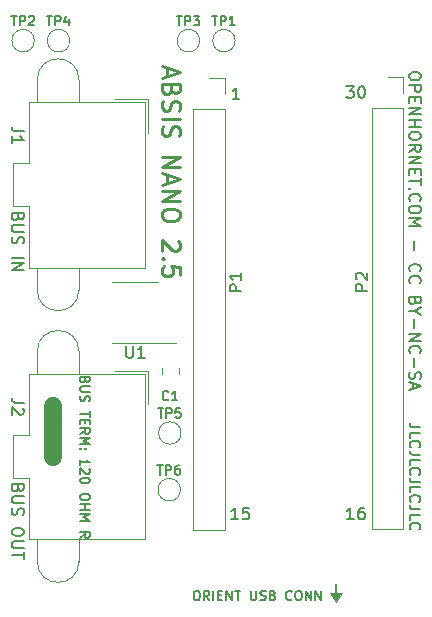
<source format=gbr>
G04 #@! TF.GenerationSoftware,KiCad,Pcbnew,(5.1.9)-1*
G04 #@! TF.CreationDate,2021-11-06T10:51:06-06:00*
G04 #@! TF.ProjectId,ABSIS_Nano,41425349-535f-44e6-916e-6f2e6b696361,1*
G04 #@! TF.SameCoordinates,Original*
G04 #@! TF.FileFunction,Legend,Top*
G04 #@! TF.FilePolarity,Positive*
%FSLAX46Y46*%
G04 Gerber Fmt 4.6, Leading zero omitted, Abs format (unit mm)*
G04 Created by KiCad (PCBNEW (5.1.9)-1) date 2021-11-06 10:51:06*
%MOMM*%
%LPD*%
G01*
G04 APERTURE LIST*
%ADD10C,0.150000*%
%ADD11C,1.500000*%
%ADD12C,0.100000*%
%ADD13C,0.250000*%
%ADD14C,0.120000*%
G04 APERTURE END LIST*
D10*
X129063142Y-95550714D02*
X129025047Y-95665000D01*
X128986952Y-95703095D01*
X128910761Y-95741190D01*
X128796476Y-95741190D01*
X128720285Y-95703095D01*
X128682190Y-95665000D01*
X128644095Y-95588809D01*
X128644095Y-95284047D01*
X129444095Y-95284047D01*
X129444095Y-95550714D01*
X129406000Y-95626904D01*
X129367904Y-95665000D01*
X129291714Y-95703095D01*
X129215523Y-95703095D01*
X129139333Y-95665000D01*
X129101238Y-95626904D01*
X129063142Y-95550714D01*
X129063142Y-95284047D01*
X129444095Y-96084047D02*
X128796476Y-96084047D01*
X128720285Y-96122142D01*
X128682190Y-96160238D01*
X128644095Y-96236428D01*
X128644095Y-96388809D01*
X128682190Y-96465000D01*
X128720285Y-96503095D01*
X128796476Y-96541190D01*
X129444095Y-96541190D01*
X128682190Y-96884047D02*
X128644095Y-96998333D01*
X128644095Y-97188809D01*
X128682190Y-97265000D01*
X128720285Y-97303095D01*
X128796476Y-97341190D01*
X128872666Y-97341190D01*
X128948857Y-97303095D01*
X128986952Y-97265000D01*
X129025047Y-97188809D01*
X129063142Y-97036428D01*
X129101238Y-96960238D01*
X129139333Y-96922142D01*
X129215523Y-96884047D01*
X129291714Y-96884047D01*
X129367904Y-96922142D01*
X129406000Y-96960238D01*
X129444095Y-97036428D01*
X129444095Y-97226904D01*
X129406000Y-97341190D01*
X129444095Y-98179285D02*
X129444095Y-98636428D01*
X128644095Y-98407857D02*
X129444095Y-98407857D01*
X129063142Y-98903095D02*
X129063142Y-99169761D01*
X128644095Y-99284047D02*
X128644095Y-98903095D01*
X129444095Y-98903095D01*
X129444095Y-99284047D01*
X128644095Y-100084047D02*
X129025047Y-99817380D01*
X128644095Y-99626904D02*
X129444095Y-99626904D01*
X129444095Y-99931666D01*
X129406000Y-100007857D01*
X129367904Y-100045952D01*
X129291714Y-100084047D01*
X129177428Y-100084047D01*
X129101238Y-100045952D01*
X129063142Y-100007857D01*
X129025047Y-99931666D01*
X129025047Y-99626904D01*
X128644095Y-100426904D02*
X129444095Y-100426904D01*
X128872666Y-100693571D01*
X129444095Y-100960238D01*
X128644095Y-100960238D01*
X128720285Y-101341190D02*
X128682190Y-101379285D01*
X128644095Y-101341190D01*
X128682190Y-101303095D01*
X128720285Y-101341190D01*
X128644095Y-101341190D01*
X129139333Y-101341190D02*
X129101238Y-101379285D01*
X129063142Y-101341190D01*
X129101238Y-101303095D01*
X129139333Y-101341190D01*
X129063142Y-101341190D01*
X128644095Y-102750714D02*
X128644095Y-102293571D01*
X128644095Y-102522142D02*
X129444095Y-102522142D01*
X129329809Y-102445952D01*
X129253619Y-102369761D01*
X129215523Y-102293571D01*
X129367904Y-103055476D02*
X129406000Y-103093571D01*
X129444095Y-103169761D01*
X129444095Y-103360238D01*
X129406000Y-103436428D01*
X129367904Y-103474523D01*
X129291714Y-103512619D01*
X129215523Y-103512619D01*
X129101238Y-103474523D01*
X128644095Y-103017380D01*
X128644095Y-103512619D01*
X129444095Y-104007857D02*
X129444095Y-104084047D01*
X129406000Y-104160238D01*
X129367904Y-104198333D01*
X129291714Y-104236428D01*
X129139333Y-104274523D01*
X128948857Y-104274523D01*
X128796476Y-104236428D01*
X128720285Y-104198333D01*
X128682190Y-104160238D01*
X128644095Y-104084047D01*
X128644095Y-104007857D01*
X128682190Y-103931666D01*
X128720285Y-103893571D01*
X128796476Y-103855476D01*
X128948857Y-103817380D01*
X129139333Y-103817380D01*
X129291714Y-103855476D01*
X129367904Y-103893571D01*
X129406000Y-103931666D01*
X129444095Y-104007857D01*
X129444095Y-105379285D02*
X129444095Y-105531666D01*
X129406000Y-105607857D01*
X129329809Y-105684047D01*
X129177428Y-105722142D01*
X128910761Y-105722142D01*
X128758380Y-105684047D01*
X128682190Y-105607857D01*
X128644095Y-105531666D01*
X128644095Y-105379285D01*
X128682190Y-105303095D01*
X128758380Y-105226904D01*
X128910761Y-105188809D01*
X129177428Y-105188809D01*
X129329809Y-105226904D01*
X129406000Y-105303095D01*
X129444095Y-105379285D01*
X128644095Y-106065000D02*
X129444095Y-106065000D01*
X129063142Y-106065000D02*
X129063142Y-106522142D01*
X128644095Y-106522142D02*
X129444095Y-106522142D01*
X128644095Y-106903095D02*
X129444095Y-106903095D01*
X128872666Y-107169761D01*
X129444095Y-107436428D01*
X128644095Y-107436428D01*
X128644095Y-108884047D02*
X129025047Y-108617380D01*
X128644095Y-108426904D02*
X129444095Y-108426904D01*
X129444095Y-108731666D01*
X129406000Y-108807857D01*
X129367904Y-108845952D01*
X129291714Y-108884047D01*
X129177428Y-108884047D01*
X129101238Y-108845952D01*
X129063142Y-108807857D01*
X129025047Y-108731666D01*
X129025047Y-108426904D01*
D11*
X126339000Y-97747000D02*
X126339000Y-102065000D01*
D10*
X151802523Y-107343380D02*
X151231095Y-107343380D01*
X151516809Y-107343380D02*
X151516809Y-106343380D01*
X151421571Y-106486238D01*
X151326333Y-106581476D01*
X151231095Y-106629095D01*
X152659666Y-106343380D02*
X152469190Y-106343380D01*
X152373952Y-106391000D01*
X152326333Y-106438619D01*
X152231095Y-106581476D01*
X152183476Y-106771952D01*
X152183476Y-107152904D01*
X152231095Y-107248142D01*
X152278714Y-107295761D01*
X152373952Y-107343380D01*
X152564428Y-107343380D01*
X152659666Y-107295761D01*
X152707285Y-107248142D01*
X152754904Y-107152904D01*
X152754904Y-106914809D01*
X152707285Y-106819571D01*
X152659666Y-106771952D01*
X152564428Y-106724333D01*
X152373952Y-106724333D01*
X152278714Y-106771952D01*
X152231095Y-106819571D01*
X152183476Y-106914809D01*
X142023523Y-107343380D02*
X141452095Y-107343380D01*
X141737809Y-107343380D02*
X141737809Y-106343380D01*
X141642571Y-106486238D01*
X141547333Y-106581476D01*
X141452095Y-106629095D01*
X142928285Y-106343380D02*
X142452095Y-106343380D01*
X142404476Y-106819571D01*
X142452095Y-106771952D01*
X142547333Y-106724333D01*
X142785428Y-106724333D01*
X142880666Y-106771952D01*
X142928285Y-106819571D01*
X142975904Y-106914809D01*
X142975904Y-107152904D01*
X142928285Y-107248142D01*
X142880666Y-107295761D01*
X142785428Y-107343380D01*
X142547333Y-107343380D01*
X142452095Y-107295761D01*
X142404476Y-107248142D01*
X151183476Y-70656380D02*
X151802523Y-70656380D01*
X151469190Y-71037333D01*
X151612047Y-71037333D01*
X151707285Y-71084952D01*
X151754904Y-71132571D01*
X151802523Y-71227809D01*
X151802523Y-71465904D01*
X151754904Y-71561142D01*
X151707285Y-71608761D01*
X151612047Y-71656380D01*
X151326333Y-71656380D01*
X151231095Y-71608761D01*
X151183476Y-71561142D01*
X152421571Y-70656380D02*
X152516809Y-70656380D01*
X152612047Y-70704000D01*
X152659666Y-70751619D01*
X152707285Y-70846857D01*
X152754904Y-71037333D01*
X152754904Y-71275428D01*
X152707285Y-71465904D01*
X152659666Y-71561142D01*
X152612047Y-71608761D01*
X152516809Y-71656380D01*
X152421571Y-71656380D01*
X152326333Y-71608761D01*
X152278714Y-71561142D01*
X152231095Y-71465904D01*
X152183476Y-71275428D01*
X152183476Y-71037333D01*
X152231095Y-70846857D01*
X152278714Y-70751619D01*
X152326333Y-70704000D01*
X152421571Y-70656380D01*
X142118714Y-71783380D02*
X141547285Y-71783380D01*
X141833000Y-71783380D02*
X141833000Y-70783380D01*
X141737761Y-70926238D01*
X141642523Y-71021476D01*
X141547285Y-71069095D01*
X157438857Y-99558857D02*
X156796000Y-99558857D01*
X156667428Y-99516000D01*
X156581714Y-99430285D01*
X156538857Y-99301714D01*
X156538857Y-99216000D01*
X156538857Y-100416000D02*
X156538857Y-99987428D01*
X157438857Y-99987428D01*
X156624571Y-101230285D02*
X156581714Y-101187428D01*
X156538857Y-101058857D01*
X156538857Y-100973142D01*
X156581714Y-100844571D01*
X156667428Y-100758857D01*
X156753142Y-100716000D01*
X156924571Y-100673142D01*
X157053142Y-100673142D01*
X157224571Y-100716000D01*
X157310285Y-100758857D01*
X157396000Y-100844571D01*
X157438857Y-100973142D01*
X157438857Y-101058857D01*
X157396000Y-101187428D01*
X157353142Y-101230285D01*
X157438857Y-101873142D02*
X156796000Y-101873142D01*
X156667428Y-101830285D01*
X156581714Y-101744571D01*
X156538857Y-101616000D01*
X156538857Y-101530285D01*
X156538857Y-102730285D02*
X156538857Y-102301714D01*
X157438857Y-102301714D01*
X156624571Y-103544571D02*
X156581714Y-103501714D01*
X156538857Y-103373142D01*
X156538857Y-103287428D01*
X156581714Y-103158857D01*
X156667428Y-103073142D01*
X156753142Y-103030285D01*
X156924571Y-102987428D01*
X157053142Y-102987428D01*
X157224571Y-103030285D01*
X157310285Y-103073142D01*
X157396000Y-103158857D01*
X157438857Y-103287428D01*
X157438857Y-103373142D01*
X157396000Y-103501714D01*
X157353142Y-103544571D01*
X157438857Y-104187428D02*
X156796000Y-104187428D01*
X156667428Y-104144571D01*
X156581714Y-104058857D01*
X156538857Y-103930285D01*
X156538857Y-103844571D01*
X156538857Y-105044571D02*
X156538857Y-104616000D01*
X157438857Y-104616000D01*
X156624571Y-105858857D02*
X156581714Y-105816000D01*
X156538857Y-105687428D01*
X156538857Y-105601714D01*
X156581714Y-105473142D01*
X156667428Y-105387428D01*
X156753142Y-105344571D01*
X156924571Y-105301714D01*
X157053142Y-105301714D01*
X157224571Y-105344571D01*
X157310285Y-105387428D01*
X157396000Y-105473142D01*
X157438857Y-105601714D01*
X157438857Y-105687428D01*
X157396000Y-105816000D01*
X157353142Y-105858857D01*
X157438857Y-106501714D02*
X156796000Y-106501714D01*
X156667428Y-106458857D01*
X156581714Y-106373142D01*
X156538857Y-106244571D01*
X156538857Y-106158857D01*
X156538857Y-107358857D02*
X156538857Y-106930285D01*
X157438857Y-106930285D01*
X156624571Y-108173142D02*
X156581714Y-108130285D01*
X156538857Y-108001714D01*
X156538857Y-107916000D01*
X156581714Y-107787428D01*
X156667428Y-107701714D01*
X156753142Y-107658857D01*
X156924571Y-107616000D01*
X157053142Y-107616000D01*
X157224571Y-107658857D01*
X157310285Y-107701714D01*
X157396000Y-107787428D01*
X157438857Y-107916000D01*
X157438857Y-108001714D01*
X157396000Y-108130285D01*
X157353142Y-108173142D01*
D12*
G36*
X150310000Y-114310000D02*
G01*
X149810000Y-113560000D01*
X150810000Y-113560000D01*
X150310000Y-114310000D01*
G37*
X150310000Y-114310000D02*
X149810000Y-113560000D01*
X150810000Y-113560000D01*
X150310000Y-114310000D01*
D10*
X150310000Y-112810000D02*
X150310000Y-113810000D01*
X138431547Y-113371904D02*
X138583928Y-113371904D01*
X138660119Y-113410000D01*
X138736309Y-113486190D01*
X138774404Y-113638571D01*
X138774404Y-113905238D01*
X138736309Y-114057619D01*
X138660119Y-114133809D01*
X138583928Y-114171904D01*
X138431547Y-114171904D01*
X138355357Y-114133809D01*
X138279166Y-114057619D01*
X138241071Y-113905238D01*
X138241071Y-113638571D01*
X138279166Y-113486190D01*
X138355357Y-113410000D01*
X138431547Y-113371904D01*
X139574404Y-114171904D02*
X139307738Y-113790952D01*
X139117261Y-114171904D02*
X139117261Y-113371904D01*
X139422023Y-113371904D01*
X139498214Y-113410000D01*
X139536309Y-113448095D01*
X139574404Y-113524285D01*
X139574404Y-113638571D01*
X139536309Y-113714761D01*
X139498214Y-113752857D01*
X139422023Y-113790952D01*
X139117261Y-113790952D01*
X139917261Y-114171904D02*
X139917261Y-113371904D01*
X140298214Y-113752857D02*
X140564880Y-113752857D01*
X140679166Y-114171904D02*
X140298214Y-114171904D01*
X140298214Y-113371904D01*
X140679166Y-113371904D01*
X141022023Y-114171904D02*
X141022023Y-113371904D01*
X141479166Y-114171904D01*
X141479166Y-113371904D01*
X141745833Y-113371904D02*
X142202976Y-113371904D01*
X141974404Y-114171904D02*
X141974404Y-113371904D01*
X143079166Y-113371904D02*
X143079166Y-114019523D01*
X143117261Y-114095714D01*
X143155357Y-114133809D01*
X143231547Y-114171904D01*
X143383928Y-114171904D01*
X143460119Y-114133809D01*
X143498214Y-114095714D01*
X143536309Y-114019523D01*
X143536309Y-113371904D01*
X143879166Y-114133809D02*
X143993452Y-114171904D01*
X144183928Y-114171904D01*
X144260119Y-114133809D01*
X144298214Y-114095714D01*
X144336309Y-114019523D01*
X144336309Y-113943333D01*
X144298214Y-113867142D01*
X144260119Y-113829047D01*
X144183928Y-113790952D01*
X144031547Y-113752857D01*
X143955357Y-113714761D01*
X143917261Y-113676666D01*
X143879166Y-113600476D01*
X143879166Y-113524285D01*
X143917261Y-113448095D01*
X143955357Y-113410000D01*
X144031547Y-113371904D01*
X144222023Y-113371904D01*
X144336309Y-113410000D01*
X144945833Y-113752857D02*
X145060119Y-113790952D01*
X145098214Y-113829047D01*
X145136309Y-113905238D01*
X145136309Y-114019523D01*
X145098214Y-114095714D01*
X145060119Y-114133809D01*
X144983928Y-114171904D01*
X144679166Y-114171904D01*
X144679166Y-113371904D01*
X144945833Y-113371904D01*
X145022023Y-113410000D01*
X145060119Y-113448095D01*
X145098214Y-113524285D01*
X145098214Y-113600476D01*
X145060119Y-113676666D01*
X145022023Y-113714761D01*
X144945833Y-113752857D01*
X144679166Y-113752857D01*
X146545833Y-114095714D02*
X146507738Y-114133809D01*
X146393452Y-114171904D01*
X146317261Y-114171904D01*
X146202976Y-114133809D01*
X146126785Y-114057619D01*
X146088690Y-113981428D01*
X146050595Y-113829047D01*
X146050595Y-113714761D01*
X146088690Y-113562380D01*
X146126785Y-113486190D01*
X146202976Y-113410000D01*
X146317261Y-113371904D01*
X146393452Y-113371904D01*
X146507738Y-113410000D01*
X146545833Y-113448095D01*
X147041071Y-113371904D02*
X147193452Y-113371904D01*
X147269642Y-113410000D01*
X147345833Y-113486190D01*
X147383928Y-113638571D01*
X147383928Y-113905238D01*
X147345833Y-114057619D01*
X147269642Y-114133809D01*
X147193452Y-114171904D01*
X147041071Y-114171904D01*
X146964880Y-114133809D01*
X146888690Y-114057619D01*
X146850595Y-113905238D01*
X146850595Y-113638571D01*
X146888690Y-113486190D01*
X146964880Y-113410000D01*
X147041071Y-113371904D01*
X147726785Y-114171904D02*
X147726785Y-113371904D01*
X148183928Y-114171904D01*
X148183928Y-113371904D01*
X148564880Y-114171904D02*
X148564880Y-113371904D01*
X149022023Y-114171904D01*
X149022023Y-113371904D01*
X157493619Y-69721333D02*
X157493619Y-69911809D01*
X157446000Y-70007047D01*
X157350761Y-70102285D01*
X157160285Y-70149904D01*
X156826952Y-70149904D01*
X156636476Y-70102285D01*
X156541238Y-70007047D01*
X156493619Y-69911809D01*
X156493619Y-69721333D01*
X156541238Y-69626095D01*
X156636476Y-69530857D01*
X156826952Y-69483238D01*
X157160285Y-69483238D01*
X157350761Y-69530857D01*
X157446000Y-69626095D01*
X157493619Y-69721333D01*
X156493619Y-70578476D02*
X157493619Y-70578476D01*
X157493619Y-70959428D01*
X157446000Y-71054666D01*
X157398380Y-71102285D01*
X157303142Y-71149904D01*
X157160285Y-71149904D01*
X157065047Y-71102285D01*
X157017428Y-71054666D01*
X156969809Y-70959428D01*
X156969809Y-70578476D01*
X157017428Y-71578476D02*
X157017428Y-71911809D01*
X156493619Y-72054666D02*
X156493619Y-71578476D01*
X157493619Y-71578476D01*
X157493619Y-72054666D01*
X156493619Y-72483238D02*
X157493619Y-72483238D01*
X156493619Y-73054666D01*
X157493619Y-73054666D01*
X156493619Y-73530857D02*
X157493619Y-73530857D01*
X157017428Y-73530857D02*
X157017428Y-74102285D01*
X156493619Y-74102285D02*
X157493619Y-74102285D01*
X157493619Y-74768952D02*
X157493619Y-74959428D01*
X157446000Y-75054666D01*
X157350761Y-75149904D01*
X157160285Y-75197523D01*
X156826952Y-75197523D01*
X156636476Y-75149904D01*
X156541238Y-75054666D01*
X156493619Y-74959428D01*
X156493619Y-74768952D01*
X156541238Y-74673714D01*
X156636476Y-74578476D01*
X156826952Y-74530857D01*
X157160285Y-74530857D01*
X157350761Y-74578476D01*
X157446000Y-74673714D01*
X157493619Y-74768952D01*
X156493619Y-76197523D02*
X156969809Y-75864190D01*
X156493619Y-75626095D02*
X157493619Y-75626095D01*
X157493619Y-76007047D01*
X157446000Y-76102285D01*
X157398380Y-76149904D01*
X157303142Y-76197523D01*
X157160285Y-76197523D01*
X157065047Y-76149904D01*
X157017428Y-76102285D01*
X156969809Y-76007047D01*
X156969809Y-75626095D01*
X156493619Y-76626095D02*
X157493619Y-76626095D01*
X156493619Y-77197523D01*
X157493619Y-77197523D01*
X157017428Y-77673714D02*
X157017428Y-78007047D01*
X156493619Y-78149904D02*
X156493619Y-77673714D01*
X157493619Y-77673714D01*
X157493619Y-78149904D01*
X157493619Y-78435619D02*
X157493619Y-79007047D01*
X156493619Y-78721333D02*
X157493619Y-78721333D01*
X156588857Y-79340380D02*
X156541238Y-79388000D01*
X156493619Y-79340380D01*
X156541238Y-79292761D01*
X156588857Y-79340380D01*
X156493619Y-79340380D01*
X156588857Y-80388000D02*
X156541238Y-80340380D01*
X156493619Y-80197523D01*
X156493619Y-80102285D01*
X156541238Y-79959428D01*
X156636476Y-79864190D01*
X156731714Y-79816571D01*
X156922190Y-79768952D01*
X157065047Y-79768952D01*
X157255523Y-79816571D01*
X157350761Y-79864190D01*
X157446000Y-79959428D01*
X157493619Y-80102285D01*
X157493619Y-80197523D01*
X157446000Y-80340380D01*
X157398380Y-80388000D01*
X157493619Y-81007047D02*
X157493619Y-81197523D01*
X157446000Y-81292761D01*
X157350761Y-81388000D01*
X157160285Y-81435619D01*
X156826952Y-81435619D01*
X156636476Y-81388000D01*
X156541238Y-81292761D01*
X156493619Y-81197523D01*
X156493619Y-81007047D01*
X156541238Y-80911809D01*
X156636476Y-80816571D01*
X156826952Y-80768952D01*
X157160285Y-80768952D01*
X157350761Y-80816571D01*
X157446000Y-80911809D01*
X157493619Y-81007047D01*
X156493619Y-81864190D02*
X157493619Y-81864190D01*
X156779333Y-82197523D01*
X157493619Y-82530857D01*
X156493619Y-82530857D01*
X156874571Y-83768952D02*
X156874571Y-84530857D01*
X156588857Y-86340380D02*
X156541238Y-86292761D01*
X156493619Y-86149904D01*
X156493619Y-86054666D01*
X156541238Y-85911809D01*
X156636476Y-85816571D01*
X156731714Y-85768952D01*
X156922190Y-85721333D01*
X157065047Y-85721333D01*
X157255523Y-85768952D01*
X157350761Y-85816571D01*
X157446000Y-85911809D01*
X157493619Y-86054666D01*
X157493619Y-86149904D01*
X157446000Y-86292761D01*
X157398380Y-86340380D01*
X156588857Y-87340380D02*
X156541238Y-87292761D01*
X156493619Y-87149904D01*
X156493619Y-87054666D01*
X156541238Y-86911809D01*
X156636476Y-86816571D01*
X156731714Y-86768952D01*
X156922190Y-86721333D01*
X157065047Y-86721333D01*
X157255523Y-86768952D01*
X157350761Y-86816571D01*
X157446000Y-86911809D01*
X157493619Y-87054666D01*
X157493619Y-87149904D01*
X157446000Y-87292761D01*
X157398380Y-87340380D01*
X157017428Y-88864190D02*
X156969809Y-89007047D01*
X156922190Y-89054666D01*
X156826952Y-89102285D01*
X156684095Y-89102285D01*
X156588857Y-89054666D01*
X156541238Y-89007047D01*
X156493619Y-88911809D01*
X156493619Y-88530857D01*
X157493619Y-88530857D01*
X157493619Y-88864190D01*
X157446000Y-88959428D01*
X157398380Y-89007047D01*
X157303142Y-89054666D01*
X157207904Y-89054666D01*
X157112666Y-89007047D01*
X157065047Y-88959428D01*
X157017428Y-88864190D01*
X157017428Y-88530857D01*
X156969809Y-89721333D02*
X156493619Y-89721333D01*
X157493619Y-89388000D02*
X156969809Y-89721333D01*
X157493619Y-90054666D01*
X156874571Y-90388000D02*
X156874571Y-91149904D01*
X156493619Y-91626095D02*
X157493619Y-91626095D01*
X156493619Y-92197523D01*
X157493619Y-92197523D01*
X156588857Y-93245142D02*
X156541238Y-93197523D01*
X156493619Y-93054666D01*
X156493619Y-92959428D01*
X156541238Y-92816571D01*
X156636476Y-92721333D01*
X156731714Y-92673714D01*
X156922190Y-92626095D01*
X157065047Y-92626095D01*
X157255523Y-92673714D01*
X157350761Y-92721333D01*
X157446000Y-92816571D01*
X157493619Y-92959428D01*
X157493619Y-93054666D01*
X157446000Y-93197523D01*
X157398380Y-93245142D01*
X156874571Y-93673714D02*
X156874571Y-94435619D01*
X156541238Y-94864190D02*
X156493619Y-95007047D01*
X156493619Y-95245142D01*
X156541238Y-95340380D01*
X156588857Y-95388000D01*
X156684095Y-95435619D01*
X156779333Y-95435619D01*
X156874571Y-95388000D01*
X156922190Y-95340380D01*
X156969809Y-95245142D01*
X157017428Y-95054666D01*
X157065047Y-94959428D01*
X157112666Y-94911809D01*
X157207904Y-94864190D01*
X157303142Y-94864190D01*
X157398380Y-94911809D01*
X157446000Y-94959428D01*
X157493619Y-95054666D01*
X157493619Y-95292761D01*
X157446000Y-95435619D01*
X156779333Y-95816571D02*
X156779333Y-96292761D01*
X156493619Y-95721333D02*
X157493619Y-96054666D01*
X156493619Y-96388000D01*
D13*
X135995000Y-69113571D02*
X135995000Y-69827857D01*
X135566428Y-68970714D02*
X137066428Y-69470714D01*
X135566428Y-69970714D01*
X136352142Y-70970714D02*
X136280714Y-71184999D01*
X136209285Y-71256428D01*
X136066428Y-71327857D01*
X135852142Y-71327857D01*
X135709285Y-71256428D01*
X135637857Y-71184999D01*
X135566428Y-71042142D01*
X135566428Y-70470714D01*
X137066428Y-70470714D01*
X137066428Y-70970714D01*
X136995000Y-71113571D01*
X136923571Y-71184999D01*
X136780714Y-71256428D01*
X136637857Y-71256428D01*
X136495000Y-71184999D01*
X136423571Y-71113571D01*
X136352142Y-70970714D01*
X136352142Y-70470714D01*
X135637857Y-71899285D02*
X135566428Y-72113571D01*
X135566428Y-72470714D01*
X135637857Y-72613571D01*
X135709285Y-72684999D01*
X135852142Y-72756428D01*
X135995000Y-72756428D01*
X136137857Y-72684999D01*
X136209285Y-72613571D01*
X136280714Y-72470714D01*
X136352142Y-72184999D01*
X136423571Y-72042142D01*
X136495000Y-71970714D01*
X136637857Y-71899285D01*
X136780714Y-71899285D01*
X136923571Y-71970714D01*
X136995000Y-72042142D01*
X137066428Y-72184999D01*
X137066428Y-72542142D01*
X136995000Y-72756428D01*
X135566428Y-73399285D02*
X137066428Y-73399285D01*
X135637857Y-74042142D02*
X135566428Y-74256428D01*
X135566428Y-74613571D01*
X135637857Y-74756428D01*
X135709285Y-74827857D01*
X135852142Y-74899285D01*
X135995000Y-74899285D01*
X136137857Y-74827857D01*
X136209285Y-74756428D01*
X136280714Y-74613571D01*
X136352142Y-74327857D01*
X136423571Y-74184999D01*
X136495000Y-74113571D01*
X136637857Y-74042142D01*
X136780714Y-74042142D01*
X136923571Y-74113571D01*
X136995000Y-74184999D01*
X137066428Y-74327857D01*
X137066428Y-74684999D01*
X136995000Y-74899285D01*
X135566428Y-76685000D02*
X137066428Y-76685000D01*
X135566428Y-77542142D01*
X137066428Y-77542142D01*
X135995000Y-78185000D02*
X135995000Y-78899285D01*
X135566428Y-78042142D02*
X137066428Y-78542142D01*
X135566428Y-79042142D01*
X135566428Y-79542142D02*
X137066428Y-79542142D01*
X135566428Y-80399285D01*
X137066428Y-80399285D01*
X137066428Y-81399285D02*
X137066428Y-81685000D01*
X136995000Y-81827857D01*
X136852142Y-81970714D01*
X136566428Y-82042142D01*
X136066428Y-82042142D01*
X135780714Y-81970714D01*
X135637857Y-81827857D01*
X135566428Y-81685000D01*
X135566428Y-81399285D01*
X135637857Y-81256428D01*
X135780714Y-81113571D01*
X136066428Y-81042142D01*
X136566428Y-81042142D01*
X136852142Y-81113571D01*
X136995000Y-81256428D01*
X137066428Y-81399285D01*
X136923571Y-83756428D02*
X136995000Y-83827857D01*
X137066428Y-83970714D01*
X137066428Y-84327857D01*
X136995000Y-84470714D01*
X136923571Y-84542142D01*
X136780714Y-84613571D01*
X136637857Y-84613571D01*
X136423571Y-84542142D01*
X135566428Y-83685000D01*
X135566428Y-84613571D01*
X135709285Y-85256428D02*
X135637857Y-85327857D01*
X135566428Y-85256428D01*
X135637857Y-85185000D01*
X135709285Y-85256428D01*
X135566428Y-85256428D01*
X137066428Y-86685000D02*
X137066428Y-85970714D01*
X136352142Y-85899285D01*
X136423571Y-85970714D01*
X136495000Y-86113571D01*
X136495000Y-86470714D01*
X136423571Y-86613571D01*
X136352142Y-86685000D01*
X136209285Y-86756428D01*
X135852142Y-86756428D01*
X135709285Y-86685000D01*
X135637857Y-86613571D01*
X135566428Y-86470714D01*
X135566428Y-86113571D01*
X135637857Y-85970714D01*
X135709285Y-85899285D01*
D14*
X133310000Y-87250000D02*
X131360000Y-87250000D01*
X133310000Y-87250000D02*
X135260000Y-87250000D01*
X133310000Y-92370000D02*
X131360000Y-92370000D01*
X133310000Y-92370000D02*
X136760000Y-92370000D01*
X137132100Y-104825800D02*
G75*
G03*
X137132100Y-104825800I-950000J0D01*
G01*
X137182900Y-100025200D02*
G75*
G03*
X137182900Y-100025200I-950000J0D01*
G01*
X127760000Y-66810000D02*
G75*
G03*
X127760000Y-66810000I-950000J0D01*
G01*
X138760000Y-66810000D02*
G75*
G03*
X138760000Y-66810000I-950000J0D01*
G01*
X124760000Y-66810000D02*
G75*
G03*
X124760000Y-66810000I-950000J0D01*
G01*
X141760000Y-66810000D02*
G75*
G03*
X141760000Y-66810000I-950000J0D01*
G01*
X125010000Y-110910000D02*
G75*
G03*
X128530000Y-110910000I1760000J0D01*
G01*
X128530000Y-93110000D02*
G75*
G03*
X125010000Y-93110000I-1760000J0D01*
G01*
X128530000Y-93110000D02*
X128530000Y-95000000D01*
X125010000Y-93110000D02*
X125010000Y-95000000D01*
X128530000Y-110910000D02*
X128530000Y-109020000D01*
X125010000Y-110910000D02*
X125010000Y-109020000D01*
X134170000Y-102010000D02*
X134170000Y-95000000D01*
X134170000Y-95000000D02*
X124350000Y-95000000D01*
X124350000Y-95000000D02*
X124350000Y-100200000D01*
X124350000Y-100200000D02*
X122950000Y-100200000D01*
X122950000Y-100200000D02*
X122950000Y-102010000D01*
X134170000Y-102010000D02*
X134170000Y-109020000D01*
X134170000Y-109020000D02*
X124350000Y-109020000D01*
X124350000Y-109020000D02*
X124350000Y-103820000D01*
X124350000Y-103820000D02*
X122950000Y-103820000D01*
X122950000Y-103820000D02*
X122950000Y-102010000D01*
X134410000Y-97610000D02*
X134410000Y-94760000D01*
X134410000Y-94760000D02*
X131560000Y-94760000D01*
X125010000Y-87910000D02*
G75*
G03*
X128530000Y-87910000I1760000J0D01*
G01*
X128530000Y-70110000D02*
G75*
G03*
X125010000Y-70110000I-1760000J0D01*
G01*
X128530000Y-70110000D02*
X128530000Y-72000000D01*
X125010000Y-70110000D02*
X125010000Y-72000000D01*
X128530000Y-87910000D02*
X128530000Y-86020000D01*
X125010000Y-87910000D02*
X125010000Y-86020000D01*
X134170000Y-79010000D02*
X134170000Y-72000000D01*
X134170000Y-72000000D02*
X124350000Y-72000000D01*
X124350000Y-72000000D02*
X124350000Y-77200000D01*
X124350000Y-77200000D02*
X122950000Y-77200000D01*
X122950000Y-77200000D02*
X122950000Y-79010000D01*
X134170000Y-79010000D02*
X134170000Y-86020000D01*
X134170000Y-86020000D02*
X124350000Y-86020000D01*
X124350000Y-86020000D02*
X124350000Y-80820000D01*
X124350000Y-80820000D02*
X122950000Y-80820000D01*
X122950000Y-80820000D02*
X122950000Y-79010000D01*
X134410000Y-74610000D02*
X134410000Y-71760000D01*
X134410000Y-71760000D02*
X131560000Y-71760000D01*
X135575000Y-95071252D02*
X135575000Y-94548748D01*
X137045000Y-95071252D02*
X137045000Y-94548748D01*
X138217600Y-72593200D02*
X140877600Y-72593200D01*
X138217600Y-72593200D02*
X138217600Y-108213200D01*
X138217600Y-108213200D02*
X140877600Y-108213200D01*
X140877600Y-72593200D02*
X140877600Y-108213200D01*
X140877600Y-69993200D02*
X140877600Y-71323200D01*
X139547600Y-69993200D02*
X140877600Y-69993200D01*
X153356000Y-72517000D02*
X156016000Y-72517000D01*
X153356000Y-72517000D02*
X153356000Y-108137000D01*
X153356000Y-108137000D02*
X156016000Y-108137000D01*
X156016000Y-72517000D02*
X156016000Y-108137000D01*
X156016000Y-69917000D02*
X156016000Y-71247000D01*
X154686000Y-69917000D02*
X156016000Y-69917000D01*
D10*
X132548095Y-92662380D02*
X132548095Y-93471904D01*
X132595714Y-93567142D01*
X132643333Y-93614761D01*
X132738571Y-93662380D01*
X132929047Y-93662380D01*
X133024285Y-93614761D01*
X133071904Y-93567142D01*
X133119523Y-93471904D01*
X133119523Y-92662380D01*
X134119523Y-93662380D02*
X133548095Y-93662380D01*
X133833809Y-93662380D02*
X133833809Y-92662380D01*
X133738571Y-92805238D01*
X133643333Y-92900476D01*
X133548095Y-92948095D01*
X135172576Y-102739704D02*
X135629719Y-102739704D01*
X135401147Y-103539704D02*
X135401147Y-102739704D01*
X135896385Y-103539704D02*
X135896385Y-102739704D01*
X136201147Y-102739704D01*
X136277338Y-102777800D01*
X136315433Y-102815895D01*
X136353528Y-102892085D01*
X136353528Y-103006371D01*
X136315433Y-103082561D01*
X136277338Y-103120657D01*
X136201147Y-103158752D01*
X135896385Y-103158752D01*
X137039242Y-102739704D02*
X136886861Y-102739704D01*
X136810671Y-102777800D01*
X136772576Y-102815895D01*
X136696385Y-102930180D01*
X136658290Y-103082561D01*
X136658290Y-103387323D01*
X136696385Y-103463514D01*
X136734480Y-103501609D01*
X136810671Y-103539704D01*
X136963052Y-103539704D01*
X137039242Y-103501609D01*
X137077338Y-103463514D01*
X137115433Y-103387323D01*
X137115433Y-103196847D01*
X137077338Y-103120657D01*
X137039242Y-103082561D01*
X136963052Y-103044466D01*
X136810671Y-103044466D01*
X136734480Y-103082561D01*
X136696385Y-103120657D01*
X136658290Y-103196847D01*
X135223376Y-97939104D02*
X135680519Y-97939104D01*
X135451947Y-98739104D02*
X135451947Y-97939104D01*
X135947185Y-98739104D02*
X135947185Y-97939104D01*
X136251947Y-97939104D01*
X136328138Y-97977200D01*
X136366233Y-98015295D01*
X136404328Y-98091485D01*
X136404328Y-98205771D01*
X136366233Y-98281961D01*
X136328138Y-98320057D01*
X136251947Y-98358152D01*
X135947185Y-98358152D01*
X137128138Y-97939104D02*
X136747185Y-97939104D01*
X136709090Y-98320057D01*
X136747185Y-98281961D01*
X136823376Y-98243866D01*
X137013852Y-98243866D01*
X137090042Y-98281961D01*
X137128138Y-98320057D01*
X137166233Y-98396247D01*
X137166233Y-98586723D01*
X137128138Y-98662914D01*
X137090042Y-98701009D01*
X137013852Y-98739104D01*
X136823376Y-98739104D01*
X136747185Y-98701009D01*
X136709090Y-98662914D01*
X125800476Y-64723904D02*
X126257619Y-64723904D01*
X126029047Y-65523904D02*
X126029047Y-64723904D01*
X126524285Y-65523904D02*
X126524285Y-64723904D01*
X126829047Y-64723904D01*
X126905238Y-64762000D01*
X126943333Y-64800095D01*
X126981428Y-64876285D01*
X126981428Y-64990571D01*
X126943333Y-65066761D01*
X126905238Y-65104857D01*
X126829047Y-65142952D01*
X126524285Y-65142952D01*
X127667142Y-64990571D02*
X127667142Y-65523904D01*
X127476666Y-64685809D02*
X127286190Y-65257238D01*
X127781428Y-65257238D01*
X136800476Y-64723904D02*
X137257619Y-64723904D01*
X137029047Y-65523904D02*
X137029047Y-64723904D01*
X137524285Y-65523904D02*
X137524285Y-64723904D01*
X137829047Y-64723904D01*
X137905238Y-64762000D01*
X137943333Y-64800095D01*
X137981428Y-64876285D01*
X137981428Y-64990571D01*
X137943333Y-65066761D01*
X137905238Y-65104857D01*
X137829047Y-65142952D01*
X137524285Y-65142952D01*
X138248095Y-64723904D02*
X138743333Y-64723904D01*
X138476666Y-65028666D01*
X138590952Y-65028666D01*
X138667142Y-65066761D01*
X138705238Y-65104857D01*
X138743333Y-65181047D01*
X138743333Y-65371523D01*
X138705238Y-65447714D01*
X138667142Y-65485809D01*
X138590952Y-65523904D01*
X138362380Y-65523904D01*
X138286190Y-65485809D01*
X138248095Y-65447714D01*
X122800476Y-64723904D02*
X123257619Y-64723904D01*
X123029047Y-65523904D02*
X123029047Y-64723904D01*
X123524285Y-65523904D02*
X123524285Y-64723904D01*
X123829047Y-64723904D01*
X123905238Y-64762000D01*
X123943333Y-64800095D01*
X123981428Y-64876285D01*
X123981428Y-64990571D01*
X123943333Y-65066761D01*
X123905238Y-65104857D01*
X123829047Y-65142952D01*
X123524285Y-65142952D01*
X124286190Y-64800095D02*
X124324285Y-64762000D01*
X124400476Y-64723904D01*
X124590952Y-64723904D01*
X124667142Y-64762000D01*
X124705238Y-64800095D01*
X124743333Y-64876285D01*
X124743333Y-64952476D01*
X124705238Y-65066761D01*
X124248095Y-65523904D01*
X124743333Y-65523904D01*
X139800476Y-64723904D02*
X140257619Y-64723904D01*
X140029047Y-65523904D02*
X140029047Y-64723904D01*
X140524285Y-65523904D02*
X140524285Y-64723904D01*
X140829047Y-64723904D01*
X140905238Y-64762000D01*
X140943333Y-64800095D01*
X140981428Y-64876285D01*
X140981428Y-64990571D01*
X140943333Y-65066761D01*
X140905238Y-65104857D01*
X140829047Y-65142952D01*
X140524285Y-65142952D01*
X141743333Y-65523904D02*
X141286190Y-65523904D01*
X141514761Y-65523904D02*
X141514761Y-64723904D01*
X141438571Y-64838190D01*
X141362380Y-64914380D01*
X141286190Y-64952476D01*
X123857619Y-97476666D02*
X123143333Y-97476666D01*
X123000476Y-97429047D01*
X122905238Y-97333809D01*
X122857619Y-97190952D01*
X122857619Y-97095714D01*
X123762380Y-97905238D02*
X123810000Y-97952857D01*
X123857619Y-98048095D01*
X123857619Y-98286190D01*
X123810000Y-98381428D01*
X123762380Y-98429047D01*
X123667142Y-98476666D01*
X123571904Y-98476666D01*
X123429047Y-98429047D01*
X122857619Y-97857619D01*
X122857619Y-98476666D01*
X123381428Y-104703904D02*
X123333809Y-104846761D01*
X123286190Y-104894380D01*
X123190952Y-104942000D01*
X123048095Y-104942000D01*
X122952857Y-104894380D01*
X122905238Y-104846761D01*
X122857619Y-104751523D01*
X122857619Y-104370571D01*
X123857619Y-104370571D01*
X123857619Y-104703904D01*
X123810000Y-104799142D01*
X123762380Y-104846761D01*
X123667142Y-104894380D01*
X123571904Y-104894380D01*
X123476666Y-104846761D01*
X123429047Y-104799142D01*
X123381428Y-104703904D01*
X123381428Y-104370571D01*
X123857619Y-105370571D02*
X123048095Y-105370571D01*
X122952857Y-105418190D01*
X122905238Y-105465809D01*
X122857619Y-105561047D01*
X122857619Y-105751523D01*
X122905238Y-105846761D01*
X122952857Y-105894380D01*
X123048095Y-105942000D01*
X123857619Y-105942000D01*
X122905238Y-106370571D02*
X122857619Y-106513428D01*
X122857619Y-106751523D01*
X122905238Y-106846761D01*
X122952857Y-106894380D01*
X123048095Y-106942000D01*
X123143333Y-106942000D01*
X123238571Y-106894380D01*
X123286190Y-106846761D01*
X123333809Y-106751523D01*
X123381428Y-106561047D01*
X123429047Y-106465809D01*
X123476666Y-106418190D01*
X123571904Y-106370571D01*
X123667142Y-106370571D01*
X123762380Y-106418190D01*
X123810000Y-106465809D01*
X123857619Y-106561047D01*
X123857619Y-106799142D01*
X123810000Y-106942000D01*
X123857619Y-108322952D02*
X123857619Y-108513428D01*
X123810000Y-108608666D01*
X123714761Y-108703904D01*
X123524285Y-108751523D01*
X123190952Y-108751523D01*
X123000476Y-108703904D01*
X122905238Y-108608666D01*
X122857619Y-108513428D01*
X122857619Y-108322952D01*
X122905238Y-108227714D01*
X123000476Y-108132476D01*
X123190952Y-108084857D01*
X123524285Y-108084857D01*
X123714761Y-108132476D01*
X123810000Y-108227714D01*
X123857619Y-108322952D01*
X123857619Y-109180095D02*
X123048095Y-109180095D01*
X122952857Y-109227714D01*
X122905238Y-109275333D01*
X122857619Y-109370571D01*
X122857619Y-109561047D01*
X122905238Y-109656285D01*
X122952857Y-109703904D01*
X123048095Y-109751523D01*
X123857619Y-109751523D01*
X123857619Y-110084857D02*
X123857619Y-110656285D01*
X122857619Y-110370571D02*
X123857619Y-110370571D01*
X123857619Y-74476666D02*
X123143333Y-74476666D01*
X123000476Y-74429047D01*
X122905238Y-74333809D01*
X122857619Y-74190952D01*
X122857619Y-74095714D01*
X122857619Y-75476666D02*
X122857619Y-74905238D01*
X122857619Y-75190952D02*
X123857619Y-75190952D01*
X123714761Y-75095714D01*
X123619523Y-75000476D01*
X123571904Y-74905238D01*
X123381428Y-81738571D02*
X123333809Y-81881428D01*
X123286190Y-81929047D01*
X123190952Y-81976666D01*
X123048095Y-81976666D01*
X122952857Y-81929047D01*
X122905238Y-81881428D01*
X122857619Y-81786190D01*
X122857619Y-81405238D01*
X123857619Y-81405238D01*
X123857619Y-81738571D01*
X123810000Y-81833809D01*
X123762380Y-81881428D01*
X123667142Y-81929047D01*
X123571904Y-81929047D01*
X123476666Y-81881428D01*
X123429047Y-81833809D01*
X123381428Y-81738571D01*
X123381428Y-81405238D01*
X123857619Y-82405238D02*
X123048095Y-82405238D01*
X122952857Y-82452857D01*
X122905238Y-82500476D01*
X122857619Y-82595714D01*
X122857619Y-82786190D01*
X122905238Y-82881428D01*
X122952857Y-82929047D01*
X123048095Y-82976666D01*
X123857619Y-82976666D01*
X122905238Y-83405238D02*
X122857619Y-83548095D01*
X122857619Y-83786190D01*
X122905238Y-83881428D01*
X122952857Y-83929047D01*
X123048095Y-83976666D01*
X123143333Y-83976666D01*
X123238571Y-83929047D01*
X123286190Y-83881428D01*
X123333809Y-83786190D01*
X123381428Y-83595714D01*
X123429047Y-83500476D01*
X123476666Y-83452857D01*
X123571904Y-83405238D01*
X123667142Y-83405238D01*
X123762380Y-83452857D01*
X123810000Y-83500476D01*
X123857619Y-83595714D01*
X123857619Y-83833809D01*
X123810000Y-83976666D01*
X122857619Y-85167142D02*
X123857619Y-85167142D01*
X122857619Y-85643333D02*
X123857619Y-85643333D01*
X122857619Y-86214761D01*
X123857619Y-86214761D01*
X136111666Y-97185714D02*
X136073571Y-97223809D01*
X135959285Y-97261904D01*
X135883095Y-97261904D01*
X135768809Y-97223809D01*
X135692619Y-97147619D01*
X135654523Y-97071428D01*
X135616428Y-96919047D01*
X135616428Y-96804761D01*
X135654523Y-96652380D01*
X135692619Y-96576190D01*
X135768809Y-96500000D01*
X135883095Y-96461904D01*
X135959285Y-96461904D01*
X136073571Y-96500000D01*
X136111666Y-96538095D01*
X136873571Y-97261904D02*
X136416428Y-97261904D01*
X136645000Y-97261904D02*
X136645000Y-96461904D01*
X136568809Y-96576190D01*
X136492619Y-96652380D01*
X136416428Y-96690476D01*
X142285980Y-88012495D02*
X141285980Y-88012495D01*
X141285980Y-87631542D01*
X141333600Y-87536304D01*
X141381219Y-87488685D01*
X141476457Y-87441066D01*
X141619314Y-87441066D01*
X141714552Y-87488685D01*
X141762171Y-87536304D01*
X141809790Y-87631542D01*
X141809790Y-88012495D01*
X142285980Y-86488685D02*
X142285980Y-87060114D01*
X142285980Y-86774400D02*
X141285980Y-86774400D01*
X141428838Y-86869638D01*
X141524076Y-86964876D01*
X141571695Y-87060114D01*
X152953980Y-87961695D02*
X151953980Y-87961695D01*
X151953980Y-87580742D01*
X152001600Y-87485504D01*
X152049219Y-87437885D01*
X152144457Y-87390266D01*
X152287314Y-87390266D01*
X152382552Y-87437885D01*
X152430171Y-87485504D01*
X152477790Y-87580742D01*
X152477790Y-87961695D01*
X152049219Y-87009314D02*
X152001600Y-86961695D01*
X151953980Y-86866457D01*
X151953980Y-86628361D01*
X152001600Y-86533123D01*
X152049219Y-86485504D01*
X152144457Y-86437885D01*
X152239695Y-86437885D01*
X152382552Y-86485504D01*
X152953980Y-87056933D01*
X152953980Y-86437885D01*
M02*

</source>
